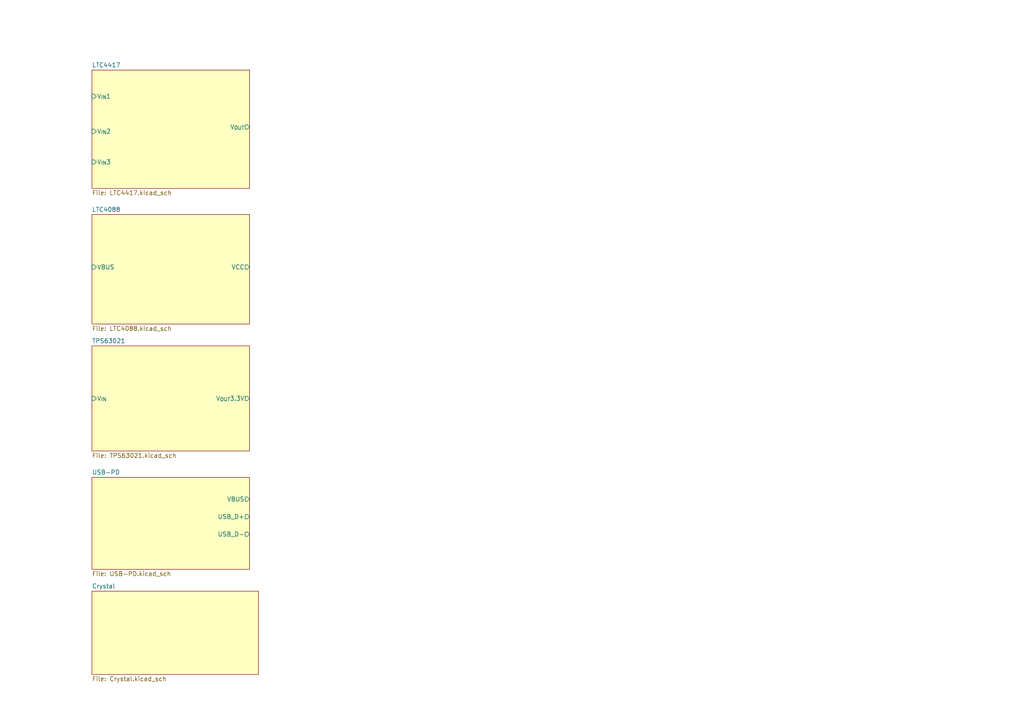
<source format=kicad_sch>
(kicad_sch
	(version 20231120)
	(generator "eeschema")
	(generator_version "8.0")
	(uuid "251827e7-9515-4eb7-984d-8b86837d4b30")
	(paper "A4")
	(lib_symbols)
	(sheet
		(at 26.67 20.32)
		(size 45.72 34.29)
		(fields_autoplaced yes)
		(stroke
			(width 0.1524)
			(type solid)
		)
		(fill
			(color 255 255 194 1.0000)
		)
		(uuid "289f7e03-e586-473e-b3f3-e2d174039499")
		(property "Sheetname" "LTC4417"
			(at 26.67 19.6084 0)
			(effects
				(font
					(size 1.27 1.27)
				)
				(justify left bottom)
			)
		)
		(property "Sheetfile" "LTC4417.kicad_sch"
			(at 26.67 55.1946 0)
			(effects
				(font
					(size 1.27 1.27)
				)
				(justify left top)
			)
		)
		(pin "V_{OUT}" output
			(at 72.39 36.83 0)
			(effects
				(font
					(size 1.27 1.27)
				)
				(justify right)
			)
			(uuid "3412e9f5-e253-4793-bd25-d49ea5f1d4aa")
		)
		(pin "V_{IN}1" input
			(at 26.67 27.94 180)
			(effects
				(font
					(size 1.27 1.27)
				)
				(justify left)
			)
			(uuid "61252bf7-1003-46de-8053-d5be71ea3474")
		)
		(pin "V_{IN}2" input
			(at 26.67 38.1 180)
			(effects
				(font
					(size 1.27 1.27)
				)
				(justify left)
			)
			(uuid "f2e96ab2-6f00-4ad5-81ff-f0f783f0d144")
		)
		(pin "V_{IN}3" input
			(at 26.67 46.99 180)
			(effects
				(font
					(size 1.27 1.27)
				)
				(justify left)
			)
			(uuid "4dd12761-de69-458b-88db-d7ef64f4bd8d")
		)
		(instances
			(project "Template"
				(path "/251827e7-9515-4eb7-984d-8b86837d4b30"
					(page "2")
				)
			)
		)
	)
	(sheet
		(at 26.67 62.23)
		(size 45.72 31.75)
		(fields_autoplaced yes)
		(stroke
			(width 0.1524)
			(type solid)
		)
		(fill
			(color 255 255 194 1.0000)
		)
		(uuid "5e73d9b5-e847-4a8e-b0f2-659dfc93cbaf")
		(property "Sheetname" "LTC4088"
			(at 26.67 61.5184 0)
			(effects
				(font
					(size 1.27 1.27)
				)
				(justify left bottom)
			)
		)
		(property "Sheetfile" "LTC4088.kicad_sch"
			(at 26.67 94.5646 0)
			(effects
				(font
					(size 1.27 1.27)
				)
				(justify left top)
			)
		)
		(pin "VCC" output
			(at 72.39 77.47 0)
			(effects
				(font
					(size 1.27 1.27)
				)
				(justify right)
			)
			(uuid "685175ca-df0f-434a-9c13-c7771a81126a")
		)
		(pin "VBUS" input
			(at 26.67 77.47 180)
			(effects
				(font
					(size 1.27 1.27)
				)
				(justify left)
			)
			(uuid "c7475d35-d01e-4a04-9d0f-712aa9dbd0f7")
		)
		(instances
			(project "Template"
				(path "/251827e7-9515-4eb7-984d-8b86837d4b30"
					(page "3")
				)
			)
		)
	)
	(sheet
		(at 26.67 171.45)
		(size 48.26 24.13)
		(fields_autoplaced yes)
		(stroke
			(width 0.1524)
			(type solid)
		)
		(fill
			(color 255 255 194 1.0000)
		)
		(uuid "714b9be8-972d-4a8c-865b-56dd3d7d1a91")
		(property "Sheetname" "Crystal"
			(at 26.67 170.7384 0)
			(effects
				(font
					(size 1.27 1.27)
				)
				(justify left bottom)
			)
		)
		(property "Sheetfile" "Crystal.kicad_sch"
			(at 26.67 196.1646 0)
			(effects
				(font
					(size 1.27 1.27)
				)
				(justify left top)
			)
		)
		(instances
			(project "Template"
				(path "/251827e7-9515-4eb7-984d-8b86837d4b30"
					(page "6")
				)
			)
		)
	)
	(sheet
		(at 26.67 138.43)
		(size 45.72 26.67)
		(fields_autoplaced yes)
		(stroke
			(width 0.1524)
			(type solid)
		)
		(fill
			(color 255 255 194 1.0000)
		)
		(uuid "a305acfa-3892-4a1f-bd0a-b1b46ee32768")
		(property "Sheetname" "USB-PD"
			(at 26.67 137.7184 0)
			(effects
				(font
					(size 1.27 1.27)
				)
				(justify left bottom)
			)
		)
		(property "Sheetfile" "USB-PD.kicad_sch"
			(at 26.67 165.6846 0)
			(effects
				(font
					(size 1.27 1.27)
				)
				(justify left top)
			)
		)
		(pin "VBUS" output
			(at 72.39 144.78 0)
			(effects
				(font
					(size 1.27 1.27)
				)
				(justify right)
			)
			(uuid "1c967b86-68b8-4cc7-ac6b-770ad47f8a84")
		)
		(pin "USB_D+" output
			(at 72.39 149.86 0)
			(effects
				(font
					(size 1.27 1.27)
				)
				(justify right)
			)
			(uuid "b803f424-b187-4d89-b811-bb94e69f240e")
		)
		(pin "USB_D-" output
			(at 72.39 154.94 0)
			(effects
				(font
					(size 1.27 1.27)
				)
				(justify right)
			)
			(uuid "4fca0391-d25f-4080-afd9-2b781ae8d180")
		)
		(instances
			(project "Template"
				(path "/251827e7-9515-4eb7-984d-8b86837d4b30"
					(page "5")
				)
			)
		)
	)
	(sheet
		(at 26.67 100.33)
		(size 45.72 30.48)
		(fields_autoplaced yes)
		(stroke
			(width 0.1524)
			(type solid)
		)
		(fill
			(color 255 255 194 1.0000)
		)
		(uuid "c43323f0-476e-4b9f-92da-cf6d01a9204e")
		(property "Sheetname" "TPS63021"
			(at 26.67 99.6184 0)
			(effects
				(font
					(size 1.27 1.27)
				)
				(justify left bottom)
			)
		)
		(property "Sheetfile" "TPS63021.kicad_sch"
			(at 26.67 131.3946 0)
			(effects
				(font
					(size 1.27 1.27)
				)
				(justify left top)
			)
		)
		(pin "V_{IN}" input
			(at 26.67 115.57 180)
			(effects
				(font
					(size 1.27 1.27)
				)
				(justify left)
			)
			(uuid "867c3e05-e323-4623-ba3e-6e60e6e3d4f3")
		)
		(pin "V_{OUT}3.3V" output
			(at 72.39 115.57 0)
			(effects
				(font
					(size 1.27 1.27)
				)
				(justify right)
			)
			(uuid "03df8051-16b8-422f-9ad9-62d37062a440")
		)
		(instances
			(project "Template"
				(path "/251827e7-9515-4eb7-984d-8b86837d4b30"
					(page "4")
				)
			)
		)
	)
	(sheet_instances
		(path "/"
			(page "1")
		)
	)
)

</source>
